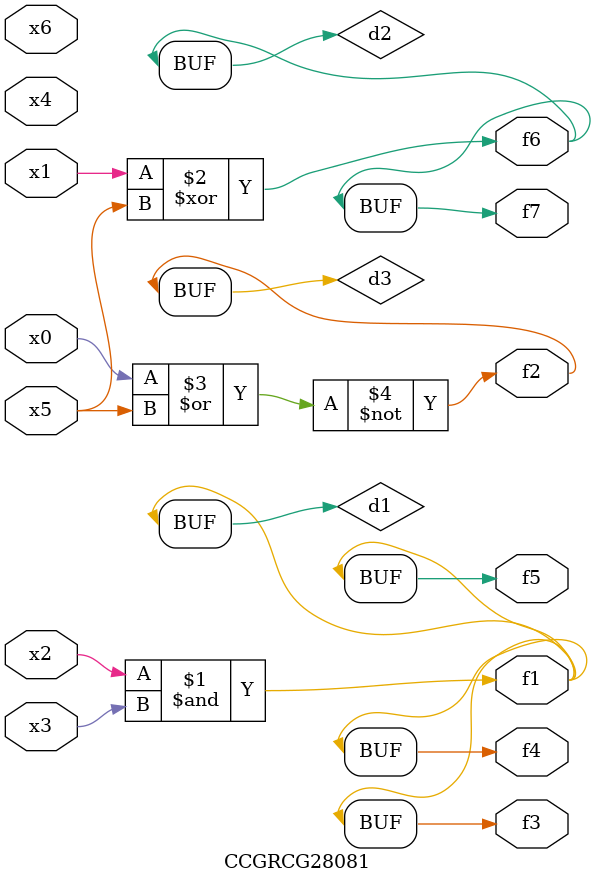
<source format=v>
module CCGRCG28081(
	input x0, x1, x2, x3, x4, x5, x6,
	output f1, f2, f3, f4, f5, f6, f7
);

	wire d1, d2, d3;

	and (d1, x2, x3);
	xor (d2, x1, x5);
	nor (d3, x0, x5);
	assign f1 = d1;
	assign f2 = d3;
	assign f3 = d1;
	assign f4 = d1;
	assign f5 = d1;
	assign f6 = d2;
	assign f7 = d2;
endmodule

</source>
